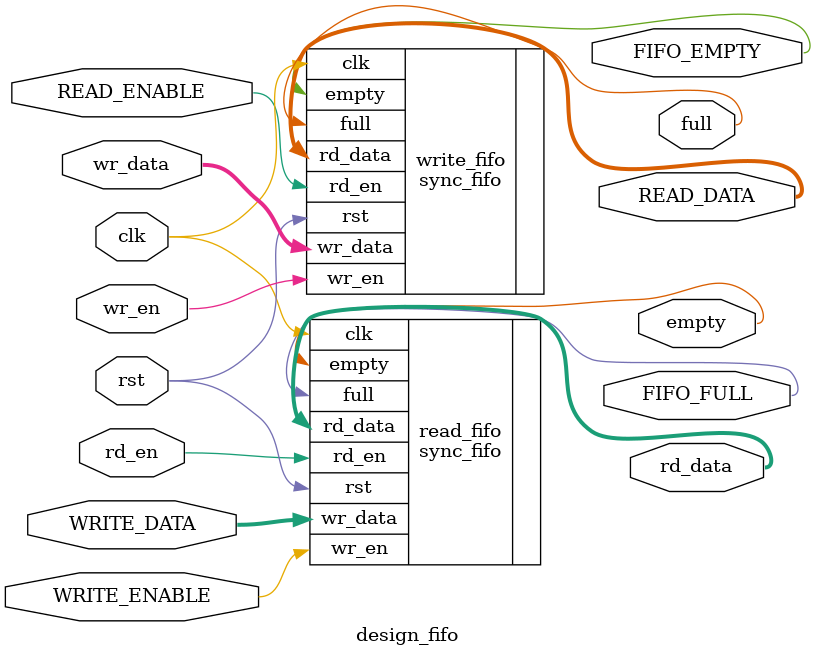
<source format=v>
module design_fifo # 
(
	parameter WIDTH =128,
	parameter DEPTH =4096
)
(
//global signals
input clk,
input rst,

//write fifo signals
//input from CPU
input wr_en,
input [WIDTH-1:0]wr_data,
//input from decoder 
input READ_ENABLE,
//outputs to decoder
output [WIDTH-1:0]READ_DATA,
output FIFO_EMPTY,
//output to CPU
output full,

// read fifo signals
// input from CPU
input rd_en,
//inputs from decoder
input [WIDTH-1:0]WRITE_DATA,
input WRITE_ENABLE,
//output to decoder
output FIFO_FULL,
//output to CPU
output [WIDTH-1:0]rd_data,
output empty

);
// Module Instantiations
// sync fifo

sync_fifo  write_fifo (
	.clk(clk),
	.rst(rst),
	.wr_en(wr_en),
	.wr_data(wr_data),
	.rd_en(READ_ENABLE),
	.rd_data(READ_DATA),
	.empty(FIFO_EMPTY),
	.full(full)

);

sync_fifo  read_fifo (
	.clk(clk),
	.rst(rst),
	.rd_en(rd_en),
	.rd_data(rd_data),
	.wr_en(WRITE_ENABLE),
	.wr_data(WRITE_DATA),
	.empty(empty),
	.full(FIFO_FULL)
);

endmodule

	









</source>
